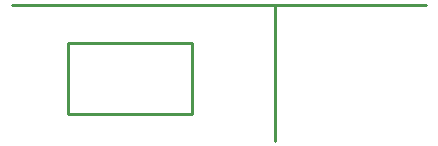
<source format=gm1>
G04 Layer_Color=16711935*
%FSLAX25Y25*%
%MOIN*%
G70*
G01*
G75*
%ADD30C,0.01000*%
D30*
X653543Y65700D02*
Y111000D01*
X566000D02*
X704000D01*
X584646Y74803D02*
Y98425D01*
X625984D01*
Y74803D02*
Y98425D01*
X584646Y74803D02*
X625984D01*
M02*

</source>
